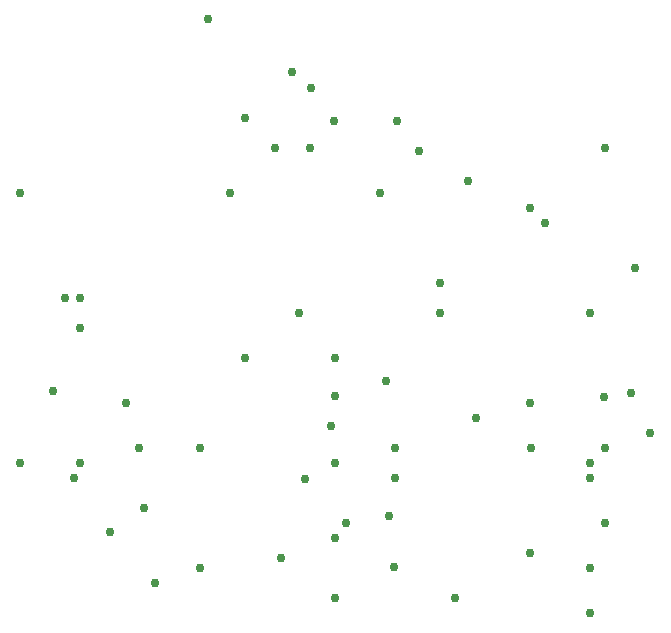
<source format=gbr>
G04 EAGLE Gerber RS-274X export*
G75*
%MOMM*%
%FSLAX34Y34*%
%LPD*%
%INVias*%
%IPPOS*%
%AMOC8*
5,1,8,0,0,1.08239X$1,22.5*%
G01*
%ADD10C,0.756400*%


D10*
X203200Y533400D03*
X330200Y533400D03*
X246380Y224642D03*
X288290Y336550D03*
X76200Y304800D03*
X255270Y636270D03*
X393700Y190500D03*
X139700Y203200D03*
X520700Y254000D03*
X266330Y291730D03*
X25400Y533400D03*
X215900Y596900D03*
X241300Y571500D03*
X270510Y571500D03*
X290830Y594360D03*
X344170Y594360D03*
X363220Y568960D03*
X101600Y246380D03*
X53340Y365760D03*
X125730Y317500D03*
X292100Y304800D03*
X508000Y215900D03*
X508000Y177800D03*
X292100Y241300D03*
X292100Y190500D03*
X215794Y393725D03*
X508000Y292100D03*
X520700Y317500D03*
X542290Y364490D03*
X177800Y215900D03*
X411452Y342900D03*
X271780Y622300D03*
X25400Y304800D03*
X508000Y304800D03*
X342900Y317500D03*
X335308Y374650D03*
X300909Y254000D03*
X337820Y260350D03*
X341300Y217500D03*
X184150Y680720D03*
X63500Y444500D03*
X71120Y292100D03*
X76200Y419100D03*
X76200Y444500D03*
X381000Y457200D03*
X457632Y317932D03*
X381000Y431800D03*
X456671Y356210D03*
X558800Y330200D03*
X520700Y571500D03*
X469900Y508000D03*
X508000Y431800D03*
X519860Y360680D03*
X404000Y543700D03*
X261620Y431800D03*
X177800Y317500D03*
X114900Y355600D03*
X342900Y292100D03*
X129590Y266700D03*
X292100Y361950D03*
X292100Y393700D03*
X457200Y228600D03*
X546100Y469900D03*
X457200Y520700D03*
M02*

</source>
